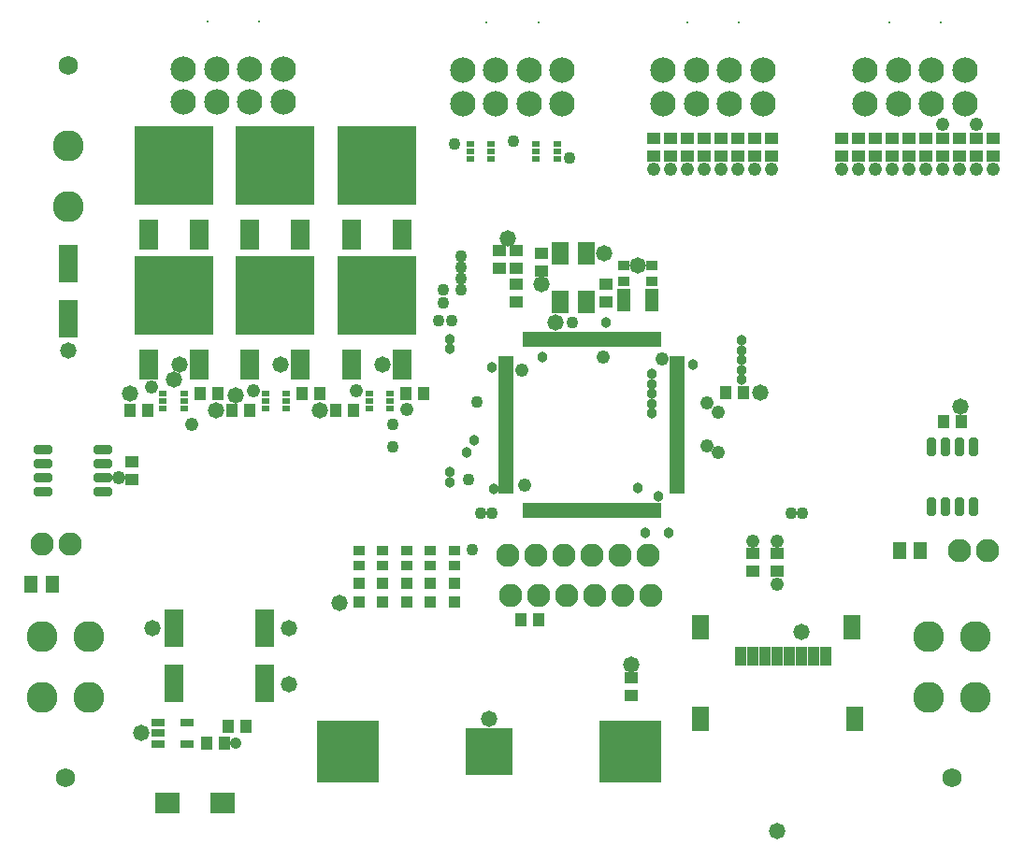
<source format=gts>
G04*
G04 #@! TF.GenerationSoftware,Altium Limited,CircuitStudio,1.5.2 (30)*
G04*
G04 Layer_Color=20142*
%FSLAX25Y25*%
%MOIN*%
G70*
G01*
G75*
%ADD20R,0.03937X0.03937*%
%ADD53R,0.04737X0.04343*%
%ADD54R,0.06312X0.07887*%
%ADD55R,0.05131X0.08280*%
%ADD56R,0.04343X0.03556*%
%ADD57R,0.01981X0.05524*%
%ADD58R,0.05524X0.01981*%
%ADD59R,0.06706X0.10642*%
%ADD60R,0.28359X0.28359*%
%ADD61R,0.04343X0.04737*%
%ADD62R,0.03162X0.02454*%
G04:AMPARAMS|DCode=63|XSize=31.62mil|YSize=65.09mil|CornerRadius=6.01mil|HoleSize=0mil|Usage=FLASHONLY|Rotation=0.000|XOffset=0mil|YOffset=0mil|HoleType=Round|Shape=RoundedRectangle|*
%AMROUNDEDRECTD63*
21,1,0.03162,0.05307,0,0,0.0*
21,1,0.01961,0.06509,0,0,0.0*
1,1,0.01202,0.00980,-0.02654*
1,1,0.01202,-0.00980,-0.02654*
1,1,0.01202,-0.00980,0.02654*
1,1,0.01202,0.00980,0.02654*
%
%ADD63ROUNDEDRECTD63*%
%ADD64R,0.04934X0.06312*%
%ADD65R,0.03950X0.06706*%
%ADD66R,0.06312X0.08674*%
%ADD67R,0.08674X0.07493*%
%ADD68R,0.05131X0.03162*%
%ADD69R,0.16548X0.16548*%
%ADD70R,0.22453X0.22453*%
%ADD71R,0.07099X0.13398*%
G04:AMPARAMS|DCode=72|XSize=31.62mil|YSize=65.09mil|CornerRadius=6.01mil|HoleSize=0mil|Usage=FLASHONLY|Rotation=270.000|XOffset=0mil|YOffset=0mil|HoleType=Round|Shape=RoundedRectangle|*
%AMROUNDEDRECTD72*
21,1,0.03162,0.05307,0,0,270.0*
21,1,0.01961,0.06509,0,0,270.0*
1,1,0.01202,-0.02654,-0.00980*
1,1,0.01202,-0.02654,0.00980*
1,1,0.01202,0.02654,0.00980*
1,1,0.01202,0.02654,-0.00980*
%
%ADD72ROUNDEDRECTD72*%
%ADD73C,0.08280*%
%ADD74C,0.11036*%
%ADD75C,0.06800*%
%ADD76C,0.00800*%
%ADD77C,0.09068*%
%ADD78C,0.03800*%
%ADD79C,0.05800*%
%ADD80C,0.04300*%
%ADD81C,0.04800*%
%ADD82C,0.04200*%
D20*
X270000Y195846D02*
D03*
Y189154D02*
D03*
X261500Y195846D02*
D03*
Y189154D02*
D03*
X253000Y195846D02*
D03*
Y189154D02*
D03*
X244500Y195846D02*
D03*
Y189154D02*
D03*
X236000Y195846D02*
D03*
Y189154D02*
D03*
D53*
X292000Y296350D02*
D03*
Y302650D02*
D03*
X286000Y308350D02*
D03*
Y314650D02*
D03*
X292000Y314650D02*
D03*
Y308350D02*
D03*
X301000Y313650D02*
D03*
Y307350D02*
D03*
X324000Y296350D02*
D03*
Y302650D02*
D03*
X341000Y348350D02*
D03*
Y354650D02*
D03*
X347000D02*
D03*
Y348350D02*
D03*
X353000D02*
D03*
Y354650D02*
D03*
X359000D02*
D03*
Y348350D02*
D03*
X365000D02*
D03*
Y354650D02*
D03*
X371000D02*
D03*
Y348350D02*
D03*
X377000D02*
D03*
Y354650D02*
D03*
X383000D02*
D03*
Y348350D02*
D03*
X408000D02*
D03*
Y354650D02*
D03*
X414000D02*
D03*
Y348350D02*
D03*
X420000D02*
D03*
Y354650D02*
D03*
X426000D02*
D03*
Y348350D02*
D03*
X432000D02*
D03*
Y354650D02*
D03*
X438000D02*
D03*
Y348350D02*
D03*
X444000D02*
D03*
Y354650D02*
D03*
X450000D02*
D03*
Y348350D02*
D03*
X456000D02*
D03*
Y354650D02*
D03*
X462000D02*
D03*
Y348350D02*
D03*
X376500Y200350D02*
D03*
Y206650D02*
D03*
X385000D02*
D03*
Y200350D02*
D03*
X333000Y162150D02*
D03*
Y155850D02*
D03*
X155000Y232850D02*
D03*
Y239150D02*
D03*
D54*
X317224Y296339D02*
D03*
Y313661D02*
D03*
X307776D02*
D03*
Y296339D02*
D03*
D55*
X340421Y297000D02*
D03*
X330579D02*
D03*
D56*
X330500Y309256D02*
D03*
Y303744D02*
D03*
X340500Y309256D02*
D03*
Y303744D02*
D03*
X270000Y207756D02*
D03*
Y202244D02*
D03*
X261500Y207756D02*
D03*
Y202244D02*
D03*
X253000Y207756D02*
D03*
Y202244D02*
D03*
X244500Y207756D02*
D03*
Y202244D02*
D03*
X236000Y207756D02*
D03*
Y202244D02*
D03*
D57*
X319000Y221988D02*
D03*
X317032D02*
D03*
X315063D02*
D03*
X320969D02*
D03*
X322937D02*
D03*
X324905D02*
D03*
X313094D02*
D03*
X326874D02*
D03*
X311126D02*
D03*
X309157D02*
D03*
X328842D02*
D03*
X307189D02*
D03*
X330811D02*
D03*
X305221D02*
D03*
X332780D02*
D03*
X303252D02*
D03*
X334748D02*
D03*
X301284D02*
D03*
X336717D02*
D03*
X299315D02*
D03*
X338685D02*
D03*
X297346D02*
D03*
X340653D02*
D03*
X295378D02*
D03*
X342622D02*
D03*
Y283012D02*
D03*
X295378D02*
D03*
X340653D02*
D03*
X297346D02*
D03*
X338685D02*
D03*
X299315D02*
D03*
X336717D02*
D03*
X301284D02*
D03*
X334748D02*
D03*
X303252D02*
D03*
X332780D02*
D03*
X305221D02*
D03*
X330811D02*
D03*
X307189D02*
D03*
X328842D02*
D03*
X309157D02*
D03*
X311126D02*
D03*
X326874D02*
D03*
X313094D02*
D03*
X324905D02*
D03*
X322937D02*
D03*
X320969D02*
D03*
X315063D02*
D03*
X317032D02*
D03*
X319000D02*
D03*
D58*
X288488Y252500D02*
D03*
Y250532D02*
D03*
Y248563D02*
D03*
Y254468D02*
D03*
Y256437D02*
D03*
Y258405D02*
D03*
Y246595D02*
D03*
Y260374D02*
D03*
Y244626D02*
D03*
Y242657D02*
D03*
Y262343D02*
D03*
Y240689D02*
D03*
Y264311D02*
D03*
Y238720D02*
D03*
Y266280D02*
D03*
Y236752D02*
D03*
Y268248D02*
D03*
Y234784D02*
D03*
Y270216D02*
D03*
Y232815D02*
D03*
Y272185D02*
D03*
Y230847D02*
D03*
Y274153D02*
D03*
Y228878D02*
D03*
Y276122D02*
D03*
X349512D02*
D03*
Y228878D02*
D03*
Y274153D02*
D03*
Y230847D02*
D03*
Y272185D02*
D03*
Y232815D02*
D03*
Y270216D02*
D03*
Y234784D02*
D03*
Y268248D02*
D03*
Y236752D02*
D03*
Y266280D02*
D03*
Y238720D02*
D03*
Y264311D02*
D03*
Y240689D02*
D03*
Y262343D02*
D03*
Y242657D02*
D03*
Y244626D02*
D03*
Y260374D02*
D03*
Y246595D02*
D03*
Y258405D02*
D03*
Y256437D02*
D03*
Y254468D02*
D03*
Y248563D02*
D03*
Y250532D02*
D03*
Y252500D02*
D03*
D59*
X251555Y273894D02*
D03*
X233445D02*
D03*
X215055D02*
D03*
X196945D02*
D03*
X179055D02*
D03*
X160945D02*
D03*
X179055Y320394D02*
D03*
X160945D02*
D03*
X215055D02*
D03*
X196945D02*
D03*
X251555D02*
D03*
X233445D02*
D03*
D60*
X242500Y298500D02*
D03*
X206000D02*
D03*
X170000D02*
D03*
Y345000D02*
D03*
X206000D02*
D03*
X242500D02*
D03*
D61*
X154350Y257500D02*
D03*
X160650D02*
D03*
X185650Y263500D02*
D03*
X179350D02*
D03*
X190850Y257500D02*
D03*
X197150D02*
D03*
X222150Y263500D02*
D03*
X215850D02*
D03*
X227850Y257500D02*
D03*
X234150D02*
D03*
X259150Y263500D02*
D03*
X252850D02*
D03*
X366850Y264000D02*
D03*
X373150D02*
D03*
X300150Y183000D02*
D03*
X293850D02*
D03*
X450650Y253500D02*
D03*
X444350D02*
D03*
X195650Y145000D02*
D03*
X189350D02*
D03*
X181850Y139000D02*
D03*
X188150D02*
D03*
D62*
X173740Y258441D02*
D03*
Y261000D02*
D03*
Y263559D02*
D03*
X166260D02*
D03*
Y261000D02*
D03*
Y258441D02*
D03*
X210240D02*
D03*
Y261000D02*
D03*
Y263559D02*
D03*
X202760D02*
D03*
Y261000D02*
D03*
Y258441D02*
D03*
X247240D02*
D03*
Y261000D02*
D03*
Y263559D02*
D03*
X239760D02*
D03*
Y261000D02*
D03*
Y258441D02*
D03*
X306740Y347441D02*
D03*
Y350000D02*
D03*
Y352559D02*
D03*
X299260D02*
D03*
Y350000D02*
D03*
Y347441D02*
D03*
X283240D02*
D03*
Y350000D02*
D03*
Y352559D02*
D03*
X275760D02*
D03*
Y350000D02*
D03*
Y347441D02*
D03*
D63*
X440000Y223272D02*
D03*
X445000D02*
D03*
X450000D02*
D03*
X455000D02*
D03*
X440000Y244728D02*
D03*
X445000D02*
D03*
X450000D02*
D03*
X455000D02*
D03*
D64*
X436240Y207500D02*
D03*
X428760D02*
D03*
X126740Y195500D02*
D03*
X119260D02*
D03*
D65*
X402500Y170000D02*
D03*
X398169D02*
D03*
X393839D02*
D03*
X389508D02*
D03*
X385177D02*
D03*
X380847D02*
D03*
X376516D02*
D03*
X372185D02*
D03*
D66*
X411870Y180236D02*
D03*
X357736D02*
D03*
Y147559D02*
D03*
X412736D02*
D03*
D67*
X167657Y117500D02*
D03*
X187343D02*
D03*
D68*
X174618Y138760D02*
D03*
Y146240D02*
D03*
X164382Y138760D02*
D03*
Y142500D02*
D03*
Y146240D02*
D03*
D69*
X282500Y136000D02*
D03*
D70*
X232106D02*
D03*
X332894D02*
D03*
D71*
X202500Y160158D02*
D03*
Y179842D02*
D03*
X170000Y160158D02*
D03*
Y179842D02*
D03*
X132500Y309842D02*
D03*
Y290158D02*
D03*
D72*
X123272Y243500D02*
D03*
Y238500D02*
D03*
Y233500D02*
D03*
Y228500D02*
D03*
X144728Y243500D02*
D03*
Y238500D02*
D03*
Y233500D02*
D03*
Y228500D02*
D03*
D73*
X290000Y191500D02*
D03*
X300000D02*
D03*
X310000D02*
D03*
X320000D02*
D03*
X330000D02*
D03*
X340000D02*
D03*
X339000Y206000D02*
D03*
X329000D02*
D03*
X319000D02*
D03*
X309000D02*
D03*
X299000D02*
D03*
X289000D02*
D03*
X450000Y207500D02*
D03*
X460000D02*
D03*
X133000Y210000D02*
D03*
X123000D02*
D03*
D74*
X439232Y155224D02*
D03*
Y176878D02*
D03*
X455768D02*
D03*
Y155224D02*
D03*
X132500Y351902D02*
D03*
Y330248D02*
D03*
X123232Y155224D02*
D03*
Y176878D02*
D03*
X139768D02*
D03*
Y155224D02*
D03*
D75*
X447500Y126484D02*
D03*
X132500Y380642D02*
D03*
X131500Y126484D02*
D03*
D76*
X281492Y395819D02*
D03*
X299996D02*
D03*
X352992D02*
D03*
X371496D02*
D03*
X424992D02*
D03*
X443496D02*
D03*
X181992Y396319D02*
D03*
X200496D02*
D03*
D77*
X308500Y378811D02*
D03*
X296689D02*
D03*
X284878D02*
D03*
X273067D02*
D03*
Y367000D02*
D03*
X284878D02*
D03*
X296689D02*
D03*
X308500D02*
D03*
X380000Y378811D02*
D03*
X368189D02*
D03*
X356378D02*
D03*
X344567D02*
D03*
Y367000D02*
D03*
X356378D02*
D03*
X368189D02*
D03*
X380000D02*
D03*
X452000Y378811D02*
D03*
X440189D02*
D03*
X428378D02*
D03*
X416567D02*
D03*
Y367000D02*
D03*
X428378D02*
D03*
X440189D02*
D03*
X452000D02*
D03*
X209000Y379311D02*
D03*
X197189D02*
D03*
X185378D02*
D03*
X173567D02*
D03*
Y367500D02*
D03*
X185378D02*
D03*
X197189D02*
D03*
X209000D02*
D03*
D78*
X335500Y230000D02*
D03*
X324000Y289000D02*
D03*
X355000Y274000D02*
D03*
X284000Y229500D02*
D03*
X342744Y227000D02*
D03*
X283500Y273000D02*
D03*
X301284Y276783D02*
D03*
X346500Y214000D02*
D03*
X338000D02*
D03*
X268500Y283000D02*
D03*
Y235500D02*
D03*
Y232000D02*
D03*
Y279500D02*
D03*
X372500Y268500D02*
D03*
Y272000D02*
D03*
Y275500D02*
D03*
Y279000D02*
D03*
Y282500D02*
D03*
X340500Y256500D02*
D03*
Y260000D02*
D03*
Y263500D02*
D03*
Y267000D02*
D03*
Y270500D02*
D03*
X277000Y247000D02*
D03*
X274500Y242500D02*
D03*
D79*
X385000Y107500D02*
D03*
X301000Y302500D02*
D03*
X289000Y319000D02*
D03*
X335500Y309256D02*
D03*
X323500Y313500D02*
D03*
X393839Y178661D02*
D03*
X450500Y259000D02*
D03*
X211000Y180000D02*
D03*
X162500D02*
D03*
X211000Y160000D02*
D03*
X158500Y142500D02*
D03*
X379000Y264000D02*
D03*
X333000Y167000D02*
D03*
X282500Y147500D02*
D03*
X175000Y350000D02*
D03*
Y337500D02*
D03*
X165000D02*
D03*
X201000Y350000D02*
D03*
X211000D02*
D03*
Y337500D02*
D03*
X201000D02*
D03*
X237000Y350000D02*
D03*
X247000D02*
D03*
Y337500D02*
D03*
X237000D02*
D03*
X165000Y305000D02*
D03*
X175000Y305500D02*
D03*
X165000Y290500D02*
D03*
X201000Y305000D02*
D03*
X211000D02*
D03*
Y290000D02*
D03*
X201000D02*
D03*
X237000Y305000D02*
D03*
Y290000D02*
D03*
X247000Y305000D02*
D03*
Y290000D02*
D03*
X175000Y290500D02*
D03*
X222000Y257500D02*
D03*
X185000D02*
D03*
X244500Y274000D02*
D03*
X208000D02*
D03*
X172000D02*
D03*
X154500Y263500D02*
D03*
X165000Y350000D02*
D03*
X192000Y263000D02*
D03*
X170000Y268500D02*
D03*
X132500Y279000D02*
D03*
X306000Y289000D02*
D03*
X229000Y189000D02*
D03*
D80*
X270000Y352500D02*
D03*
X311000Y347500D02*
D03*
X276500Y208000D02*
D03*
X312000Y289000D02*
D03*
X394000Y221000D02*
D03*
X390000D02*
D03*
X279500D02*
D03*
X283500D02*
D03*
X278000Y260500D02*
D03*
X275000Y233000D02*
D03*
X272500Y312500D02*
D03*
Y308500D02*
D03*
Y304500D02*
D03*
X291000Y353500D02*
D03*
X248000Y252500D02*
D03*
Y244626D02*
D03*
X264500Y289500D02*
D03*
X266000Y296000D02*
D03*
X269000Y289500D02*
D03*
X266000Y300500D02*
D03*
X272500D02*
D03*
D81*
X295000Y231000D02*
D03*
X176500Y252500D02*
D03*
X198500Y264500D02*
D03*
X162000Y266000D02*
D03*
X235000Y264500D02*
D03*
X253000Y258000D02*
D03*
X444000Y359500D02*
D03*
X456000D02*
D03*
X383000Y343500D02*
D03*
X377000D02*
D03*
X371000D02*
D03*
X365000D02*
D03*
X359000D02*
D03*
X353000D02*
D03*
X347000D02*
D03*
X341000D02*
D03*
X408000D02*
D03*
X414000D02*
D03*
X420000D02*
D03*
X426000D02*
D03*
X432000D02*
D03*
X438000D02*
D03*
X444000D02*
D03*
X450000D02*
D03*
X456000D02*
D03*
X462000D02*
D03*
X323000Y276500D02*
D03*
X344000Y276000D02*
D03*
X294000Y272000D02*
D03*
X360000Y245000D02*
D03*
X360126Y260374D02*
D03*
X364000Y242500D02*
D03*
Y257000D02*
D03*
X385000Y211000D02*
D03*
X385177Y195500D02*
D03*
X376500Y211000D02*
D03*
X150500Y233500D02*
D03*
D82*
X192000Y139000D02*
D03*
M02*

</source>
